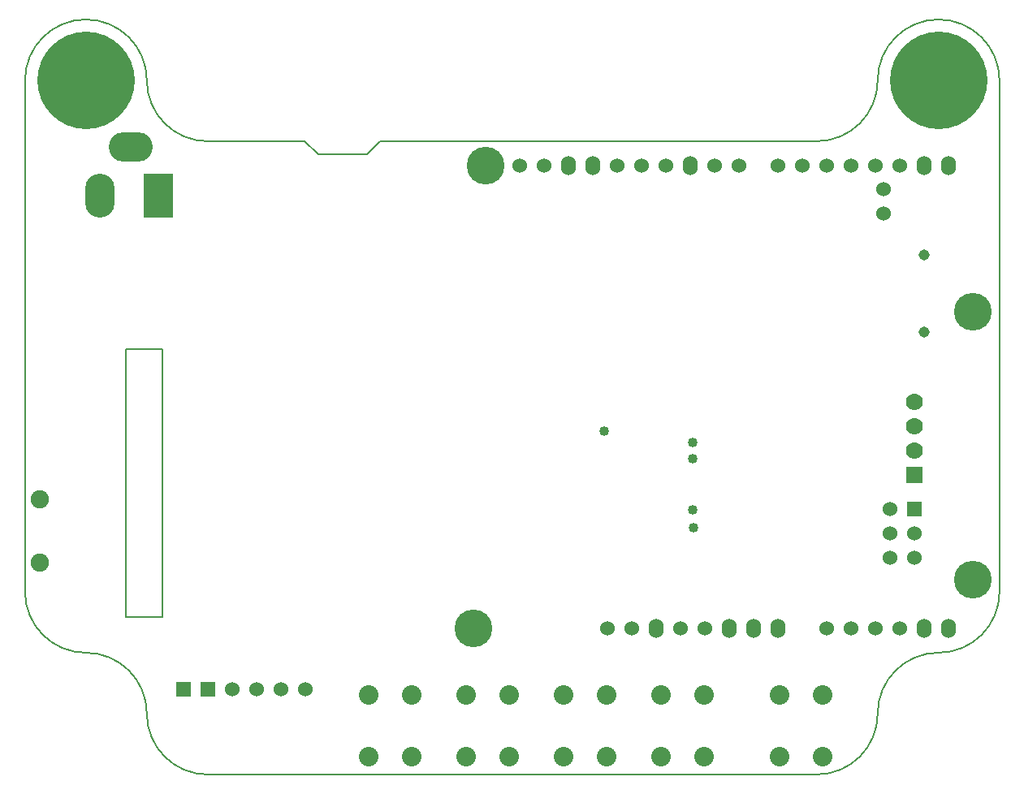
<source format=gts>
G04 (created by PCBNEW (2013-mar-13)-testing) date Monday 15 April 2013 11:28:33 PM IST*
%MOIN*%
G04 Gerber Fmt 3.4, Leading zero omitted, Abs format*
%FSLAX34Y34*%
G01*
G70*
G90*
G04 APERTURE LIST*
%ADD10C,0.006*%
%ADD11C,0.005*%
%ADD12C,0.04*%
%ADD13R,0.06X0.06*%
%ADD14C,0.06*%
%ADD15C,0.4*%
%ADD16C,0.07*%
%ADD17R,0.07X0.07*%
%ADD18O,0.06X0.08*%
%ADD19C,0.155*%
%ADD20C,0.08*%
%ADD21C,0.075*%
%ADD22C,0.045*%
%ADD23O,0.12X0.18*%
%ADD24R,0.12X0.18*%
%ADD25O,0.18X0.12*%
G04 APERTURE END LIST*
G54D10*
G54D11*
X21475Y-19000D02*
X17500Y-19000D01*
X24575Y-19000D02*
X42500Y-19000D01*
X24025Y-19550D02*
X24575Y-19000D01*
X23025Y-19550D02*
X24025Y-19550D01*
X22025Y-19550D02*
X21475Y-19000D01*
X23025Y-19550D02*
X22025Y-19550D01*
X47500Y-40000D02*
G75*
G03X50000Y-37500I0J2500D01*
G74*
G01*
X42500Y-45000D02*
G75*
G03X45000Y-42500I0J2500D01*
G74*
G01*
X47500Y-40000D02*
G75*
G03X45000Y-42500I0J-2500D01*
G74*
G01*
X15000Y-42500D02*
G75*
G03X17500Y-45000I2500J0D01*
G74*
G01*
X10000Y-37500D02*
G75*
G03X12500Y-40000I2500J0D01*
G74*
G01*
X15000Y-42500D02*
G75*
G03X12500Y-40000I-2500J0D01*
G74*
G01*
X42500Y-19000D02*
G75*
G03X45000Y-16500I0J2500D01*
G74*
G01*
X50000Y-16500D02*
G75*
G03X47500Y-14000I-2500J0D01*
G74*
G01*
X47500Y-14000D02*
G75*
G03X45000Y-16500I0J-2500D01*
G74*
G01*
X15000Y-16500D02*
G75*
G03X17500Y-19000I2500J0D01*
G74*
G01*
X15000Y-16500D02*
G75*
G03X12500Y-14000I-2500J0D01*
G74*
G01*
X12500Y-14000D02*
G75*
G03X10000Y-16500I0J-2500D01*
G74*
G01*
X14150Y-38550D02*
X15650Y-38550D01*
X14150Y-27550D02*
X14150Y-38550D01*
X15650Y-27550D02*
X14150Y-27550D01*
X15650Y-38550D02*
X15650Y-27550D01*
X42500Y-45000D02*
X17500Y-45000D01*
X10000Y-37500D02*
X10000Y-16500D01*
X50000Y-16500D02*
X50000Y-37500D01*
G54D12*
X37400Y-32025D03*
X33775Y-30900D03*
G54D13*
X16500Y-41500D03*
X17500Y-41500D03*
G54D14*
X18500Y-41500D03*
X19500Y-41500D03*
X20500Y-41500D03*
X21500Y-41500D03*
G54D15*
X12500Y-16500D03*
G54D16*
X46500Y-29700D03*
X46500Y-30700D03*
X46500Y-31700D03*
G54D17*
X46500Y-32700D03*
G54D12*
X37400Y-31375D03*
X37425Y-34875D03*
X37400Y-34125D03*
G54D15*
X47500Y-16500D03*
G54D18*
X47900Y-39000D03*
X46900Y-39000D03*
G54D14*
X45900Y-39000D03*
X42900Y-39000D03*
X43900Y-39000D03*
X44900Y-39000D03*
G54D18*
X40900Y-39000D03*
X39900Y-39000D03*
X38900Y-39000D03*
G54D14*
X36900Y-39000D03*
G54D18*
X35900Y-39000D03*
X47900Y-20000D03*
X46900Y-20000D03*
G54D14*
X45900Y-20000D03*
X44900Y-20000D03*
X43900Y-20000D03*
X42900Y-20000D03*
X41900Y-20000D03*
X40900Y-20000D03*
X39300Y-20000D03*
X38300Y-20000D03*
G54D18*
X37300Y-20000D03*
G54D14*
X36300Y-20000D03*
X35300Y-20000D03*
X34300Y-20000D03*
G54D18*
X33300Y-20000D03*
X32300Y-20000D03*
G54D14*
X37900Y-39000D03*
G54D19*
X48900Y-37000D03*
X48900Y-26000D03*
X28900Y-20000D03*
X28400Y-39000D03*
G54D14*
X34900Y-39000D03*
X31300Y-20000D03*
X30300Y-20000D03*
X33900Y-39000D03*
G54D20*
X42735Y-44279D03*
X40964Y-41720D03*
X40964Y-44279D03*
X42735Y-41720D03*
X29885Y-44279D03*
X28114Y-41720D03*
X28114Y-44279D03*
X29885Y-41720D03*
X37885Y-44279D03*
X36114Y-41720D03*
X36114Y-44279D03*
X37885Y-41720D03*
X33885Y-44279D03*
X32114Y-41720D03*
X32114Y-44279D03*
X33885Y-41720D03*
G54D14*
X45500Y-36100D03*
X46500Y-36100D03*
X45500Y-35100D03*
X46500Y-35100D03*
X45500Y-34100D03*
G54D13*
X46500Y-34100D03*
G54D20*
X25885Y-44279D03*
X24114Y-41720D03*
X24114Y-44279D03*
X25885Y-41720D03*
G54D21*
X10600Y-36300D03*
X10600Y-33700D03*
G54D22*
X46900Y-23675D03*
X46900Y-26825D03*
G54D23*
X13075Y-21225D03*
G54D24*
X15475Y-21225D03*
G54D25*
X14325Y-19225D03*
G54D14*
X45250Y-20975D03*
X45250Y-21975D03*
M02*

</source>
